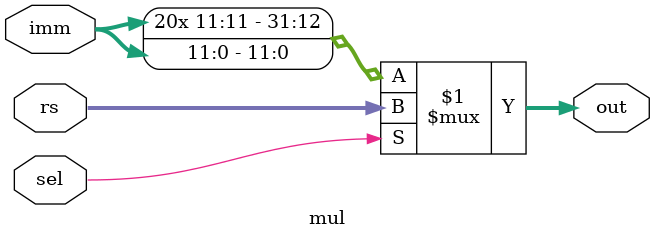
<source format=v>
`timescale 1ns / 1ps


module mul(
    input [11:0] imm,
    input [31:0] rs,
    output [31:0] out,
    input sel
    );
    
    assign out = (sel)? rs:{{20{imm[11]}} , imm};
    
endmodule

</source>
